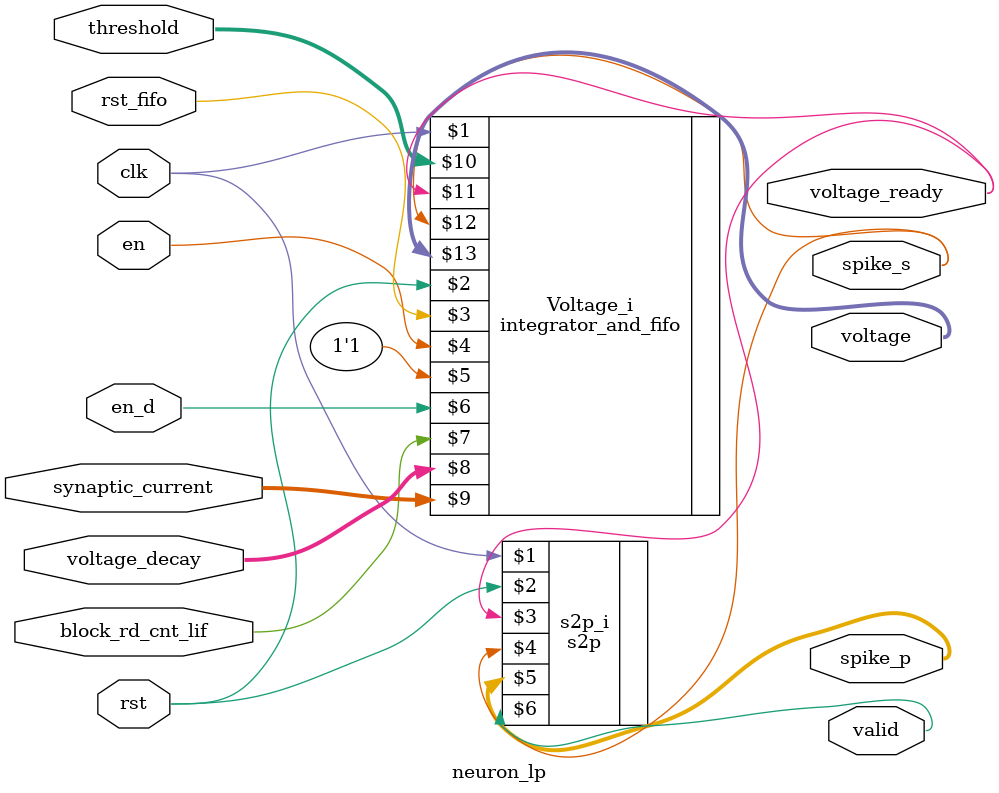
<source format=v>
`timescale 1ns / 1ps

module neuron_lp#(
    parameter DEPTH = 717,  // FIFO depth 
    parameter WIDTH = 23,   // Data width
    parameter WEIGHT = 7,   // Weight width 
    parameter LAYERS = 4    // Number of layers: we have exactly 11 layers
    )
    (
    // ------------------------ Sync and global input signals ----------------------
    input clk, rst, rst_fifo,
    input en, en_d,
    //--------------------- LIF Input Values ------------------------------------------
    //First layer: emmbedding
    input [13:0] voltage_decay, 
    input [WIDTH-1:0] threshold, 
    input block_rd_cnt_lif,
    // TO COMPLETE...
    // ----------------------------------------------------
    input [WIDTH-1:0] synaptic_current, 
    // --------------------- Uscite ----------------------------------------------------------
    output valid,
    output [1:0] spike_p, // Spike in parallelo
    output voltage_ready,
    output [WIDTH-1:0] voltage,
    output spike_s
    );

integrator_and_fifo #(.DEPTH(DEPTH), .WIDTH(WIDTH)) Voltage_i (clk, rst, rst_fifo, en, 1'b1, en_d, block_rd_cnt_lif, voltage_decay,synaptic_current,threshold,voltage_ready,spike_s,voltage `ifdef CONFIGURABILITY , clear_counter `endif);   
s2p #(2) s2p_i (clk, rst, voltage_ready, spike_s, spike_p, valid);    
   
////////////////////////////
//  _               ____  //
// | | ___   __ _  |___ \ //
// | |/ _ \ / _` |   __)  //
// | | (_) | (_| |  / __/ //
// |_|\___/ \__, | |_____ //
//          |___/         //
////////////////////////////
   
//  The following function calculates the address width based on specified RAM depth
function integer clogb2;
  input integer depth;
    for (clogb2=0; depth>0; clogb2=clogb2+1)
      depth = depth >> 1;
endfunction     

endmodule

</source>
